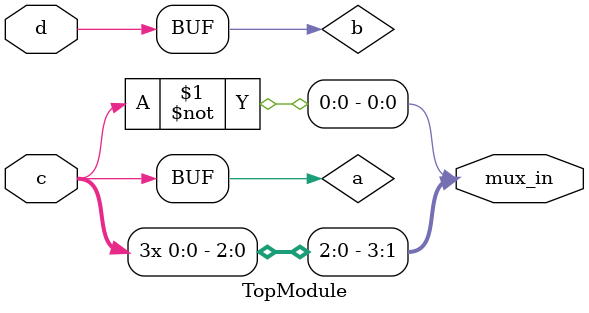
<source format=sv>

module TopModule (
  input c,
  input d,
  output [3:0] mux_in
);

  wire a = c;
  wire b = d;

  // Implement the K-map using 2-to-1 multiplexers and a 4-to-1 multiplexer.
  // The K-map is:
  //
  //      ab
  //  cd  00  01  11  10
  //  00 | 0 | 0 | 0 | 1 |
  //  01 | 1 | 0 | 0 | 0 |
  //  11 | 1 | 0 | 1 | 1 |
  //  10 | 1 | 0 | 0 | 1 |

  // mux_in[0] = 0 when c=0, 1 when c=1
  assign mux_in[0] = ~c;

  // mux_in[1] = 1 when c=0, 0 when c=1
  assign mux_in[1] = c;

  // mux_in[2] = 1 when c=1, 0 when c=0
  assign mux_in[2] = c;

  // mux_in[3] = 1 when c=1, 0 when c=0
  assign mux_in[3] = c;

endmodule

// VERILOG-EVAL: errant inclusion of module definition

</source>
